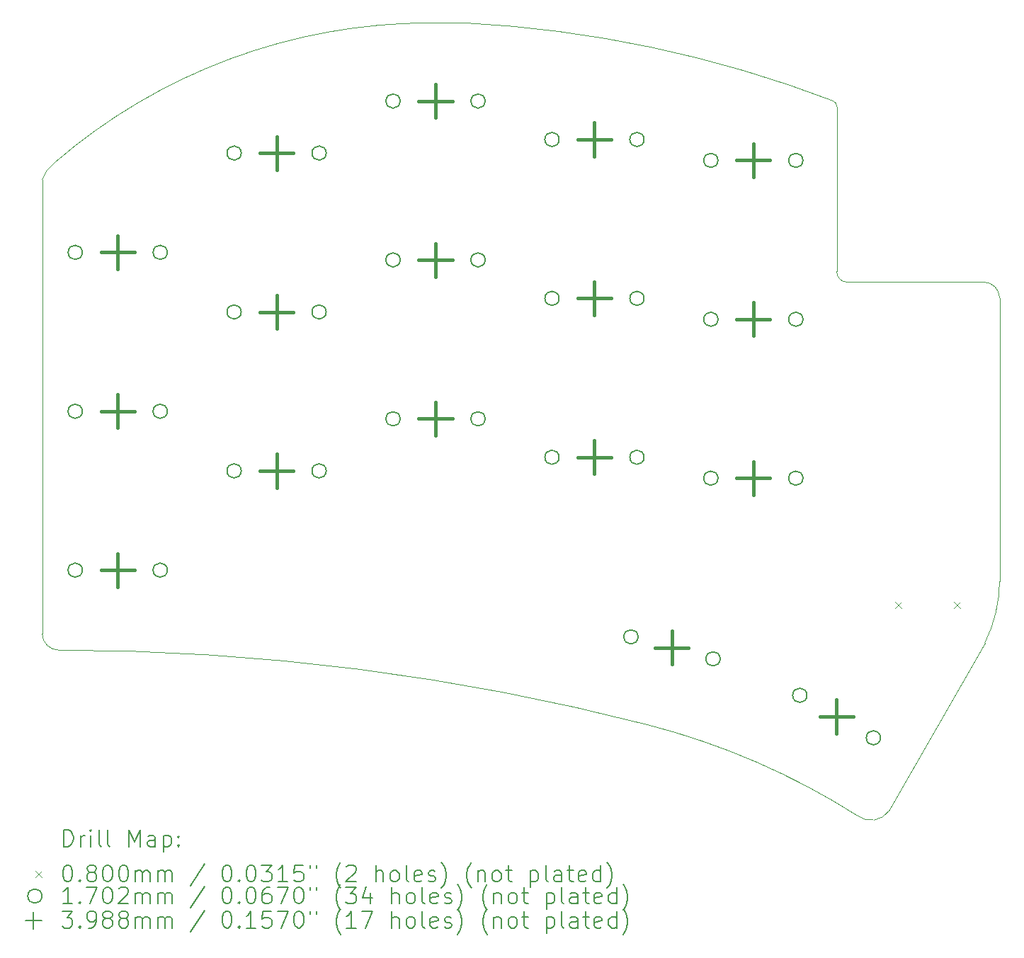
<source format=gbr>
%TF.GenerationSoftware,KiCad,Pcbnew,7.0.5*%
%TF.CreationDate,2023-06-18T12:00:02+01:00*%
%TF.ProjectId,adam-m-rounded,6164616d-2d6d-42d7-926f-756e6465642e,rev?*%
%TF.SameCoordinates,Original*%
%TF.FileFunction,Drillmap*%
%TF.FilePolarity,Positive*%
%FSLAX45Y45*%
G04 Gerber Fmt 4.5, Leading zero omitted, Abs format (unit mm)*
G04 Created by KiCad (PCBNEW 7.0.5) date 2023-06-18 12:00:02*
%MOMM*%
%LPD*%
G01*
G04 APERTURE LIST*
%ADD10C,0.050000*%
%ADD11C,0.200000*%
%ADD12C,0.080000*%
%ADD13C,0.170180*%
%ADD14C,0.398780*%
G04 APERTURE END LIST*
D10*
X18610020Y-15273665D02*
G75*
G03*
X18983217Y-15213795I157000J214435D01*
G01*
X18358520Y-6791168D02*
G75*
G03*
X18315042Y-6723115I-75000J-2D01*
G01*
X20114117Y-8890000D02*
X18478500Y-8890000D01*
X9088971Y-13291506D02*
X9061517Y-13291260D01*
X20304617Y-9080500D02*
X20304617Y-12468668D01*
X8858022Y-13098168D02*
G75*
G03*
X9061517Y-13291260I199998J6998D01*
G01*
X20304620Y-9080500D02*
G75*
G03*
X20114117Y-8890000I-190500J0D01*
G01*
X16091988Y-14182282D02*
G75*
G03*
X9088971Y-13291270I-7031008J-27295018D01*
G01*
X13896540Y-5790219D02*
X13499017Y-5790668D01*
X18315041Y-6723116D02*
G75*
G03*
X13896540Y-5790219I-5147771J-13451334D01*
G01*
X8858803Y-7667600D02*
X8858017Y-13098168D01*
X9001679Y-7466355D02*
G75*
G03*
X8858803Y-7667600I243092J-323925D01*
G01*
X20128385Y-13205234D02*
X18983217Y-15213795D01*
X18610018Y-15273667D02*
G75*
G03*
X16091988Y-14182282I-4672998J-7331002D01*
G01*
X13499017Y-5790669D02*
G75*
G03*
X9001678Y-7466354I0J-6873000D01*
G01*
X20128386Y-13205235D02*
G75*
G03*
X20304617Y-12468668I-1505596J749595D01*
G01*
X18358020Y-8763000D02*
G75*
G03*
X18478500Y-8890000I123740J-3260D01*
G01*
X18358017Y-8763000D02*
X18358517Y-6791168D01*
D11*
D12*
X19056000Y-12709500D02*
X19136000Y-12789500D01*
X19136000Y-12709500D02*
X19056000Y-12789500D01*
X19756000Y-12709500D02*
X19836000Y-12789500D01*
X19836000Y-12709500D02*
X19756000Y-12789500D01*
D13*
X9338090Y-8534500D02*
G75*
G03*
X9338090Y-8534500I-85090J0D01*
G01*
X9338090Y-10434500D02*
G75*
G03*
X9338090Y-10434500I-85090J0D01*
G01*
X9338090Y-12334500D02*
G75*
G03*
X9338090Y-12334500I-85090J0D01*
G01*
X10354090Y-8534500D02*
G75*
G03*
X10354090Y-8534500I-85090J0D01*
G01*
X10354090Y-10434500D02*
G75*
G03*
X10354090Y-10434500I-85090J0D01*
G01*
X10354090Y-12334500D02*
G75*
G03*
X10354090Y-12334500I-85090J0D01*
G01*
X11238090Y-7347000D02*
G75*
G03*
X11238090Y-7347000I-85090J0D01*
G01*
X11238090Y-9247000D02*
G75*
G03*
X11238090Y-9247000I-85090J0D01*
G01*
X11238090Y-11147000D02*
G75*
G03*
X11238090Y-11147000I-85090J0D01*
G01*
X12254090Y-7347000D02*
G75*
G03*
X12254090Y-7347000I-85090J0D01*
G01*
X12254090Y-9247000D02*
G75*
G03*
X12254090Y-9247000I-85090J0D01*
G01*
X12254090Y-11147000D02*
G75*
G03*
X12254090Y-11147000I-85090J0D01*
G01*
X13138090Y-6724500D02*
G75*
G03*
X13138090Y-6724500I-85090J0D01*
G01*
X13138090Y-8624500D02*
G75*
G03*
X13138090Y-8624500I-85090J0D01*
G01*
X13138090Y-10524500D02*
G75*
G03*
X13138090Y-10524500I-85090J0D01*
G01*
X14154090Y-6724500D02*
G75*
G03*
X14154090Y-6724500I-85090J0D01*
G01*
X14154090Y-8624500D02*
G75*
G03*
X14154090Y-8624500I-85090J0D01*
G01*
X14154090Y-10524500D02*
G75*
G03*
X14154090Y-10524500I-85090J0D01*
G01*
X15038090Y-7184500D02*
G75*
G03*
X15038090Y-7184500I-85090J0D01*
G01*
X15038090Y-9084500D02*
G75*
G03*
X15038090Y-9084500I-85090J0D01*
G01*
X15038090Y-10984500D02*
G75*
G03*
X15038090Y-10984500I-85090J0D01*
G01*
X15982600Y-13131820D02*
G75*
G03*
X15982600Y-13131820I-85090J0D01*
G01*
X16054090Y-7184500D02*
G75*
G03*
X16054090Y-7184500I-85090J0D01*
G01*
X16054090Y-9084500D02*
G75*
G03*
X16054090Y-9084500I-85090J0D01*
G01*
X16054090Y-10984500D02*
G75*
G03*
X16054090Y-10984500I-85090J0D01*
G01*
X16938090Y-7434500D02*
G75*
G03*
X16938090Y-7434500I-85090J0D01*
G01*
X16938090Y-9334500D02*
G75*
G03*
X16938090Y-9334500I-85090J0D01*
G01*
X16938090Y-11234500D02*
G75*
G03*
X16938090Y-11234500I-85090J0D01*
G01*
X16963980Y-13394780D02*
G75*
G03*
X16963980Y-13394780I-85090J0D01*
G01*
X17954090Y-7434500D02*
G75*
G03*
X17954090Y-7434500I-85090J0D01*
G01*
X17954090Y-9334500D02*
G75*
G03*
X17954090Y-9334500I-85090J0D01*
G01*
X17954090Y-11234500D02*
G75*
G03*
X17954090Y-11234500I-85090J0D01*
G01*
X18001149Y-13830900D02*
G75*
G03*
X18001149Y-13830900I-85090J0D01*
G01*
X18881031Y-14338900D02*
G75*
G03*
X18881031Y-14338900I-85090J0D01*
G01*
D14*
X9761000Y-8335110D02*
X9761000Y-8733890D01*
X9561610Y-8534500D02*
X9960390Y-8534500D01*
X9761000Y-10235110D02*
X9761000Y-10633890D01*
X9561610Y-10434500D02*
X9960390Y-10434500D01*
X9761000Y-12135110D02*
X9761000Y-12533890D01*
X9561610Y-12334500D02*
X9960390Y-12334500D01*
X11661000Y-7147610D02*
X11661000Y-7546390D01*
X11461610Y-7347000D02*
X11860390Y-7347000D01*
X11661000Y-9047610D02*
X11661000Y-9446390D01*
X11461610Y-9247000D02*
X11860390Y-9247000D01*
X11661000Y-10947610D02*
X11661000Y-11346390D01*
X11461610Y-11147000D02*
X11860390Y-11147000D01*
X13561000Y-6525110D02*
X13561000Y-6923890D01*
X13361610Y-6724500D02*
X13760390Y-6724500D01*
X13561000Y-8425110D02*
X13561000Y-8823890D01*
X13361610Y-8624500D02*
X13760390Y-8624500D01*
X13561000Y-10325110D02*
X13561000Y-10723890D01*
X13361610Y-10524500D02*
X13760390Y-10524500D01*
X15461000Y-6985110D02*
X15461000Y-7383890D01*
X15261610Y-7184500D02*
X15660390Y-7184500D01*
X15461000Y-8885110D02*
X15461000Y-9283890D01*
X15261610Y-9084500D02*
X15660390Y-9084500D01*
X15461000Y-10785110D02*
X15461000Y-11183890D01*
X15261610Y-10984500D02*
X15660390Y-10984500D01*
X16388200Y-13063910D02*
X16388200Y-13462690D01*
X16188810Y-13263300D02*
X16587590Y-13263300D01*
X17361000Y-7235110D02*
X17361000Y-7633890D01*
X17161610Y-7434500D02*
X17560390Y-7434500D01*
X17361000Y-9135110D02*
X17361000Y-9533890D01*
X17161610Y-9334500D02*
X17560390Y-9334500D01*
X17361000Y-11035110D02*
X17361000Y-11433890D01*
X17161610Y-11234500D02*
X17560390Y-11234500D01*
X18356000Y-13885510D02*
X18356000Y-14284290D01*
X18156610Y-14084900D02*
X18555390Y-14084900D01*
D11*
X9116294Y-15638980D02*
X9116294Y-15438980D01*
X9116294Y-15438980D02*
X9163913Y-15438980D01*
X9163913Y-15438980D02*
X9192484Y-15448503D01*
X9192484Y-15448503D02*
X9211532Y-15467551D01*
X9211532Y-15467551D02*
X9221056Y-15486599D01*
X9221056Y-15486599D02*
X9230580Y-15524694D01*
X9230580Y-15524694D02*
X9230580Y-15553265D01*
X9230580Y-15553265D02*
X9221056Y-15591360D01*
X9221056Y-15591360D02*
X9211532Y-15610408D01*
X9211532Y-15610408D02*
X9192484Y-15629456D01*
X9192484Y-15629456D02*
X9163913Y-15638980D01*
X9163913Y-15638980D02*
X9116294Y-15638980D01*
X9316294Y-15638980D02*
X9316294Y-15505646D01*
X9316294Y-15543741D02*
X9325818Y-15524694D01*
X9325818Y-15524694D02*
X9335342Y-15515170D01*
X9335342Y-15515170D02*
X9354389Y-15505646D01*
X9354389Y-15505646D02*
X9373437Y-15505646D01*
X9440103Y-15638980D02*
X9440103Y-15505646D01*
X9440103Y-15438980D02*
X9430580Y-15448503D01*
X9430580Y-15448503D02*
X9440103Y-15458027D01*
X9440103Y-15458027D02*
X9449627Y-15448503D01*
X9449627Y-15448503D02*
X9440103Y-15438980D01*
X9440103Y-15438980D02*
X9440103Y-15458027D01*
X9563913Y-15638980D02*
X9544865Y-15629456D01*
X9544865Y-15629456D02*
X9535342Y-15610408D01*
X9535342Y-15610408D02*
X9535342Y-15438980D01*
X9668675Y-15638980D02*
X9649627Y-15629456D01*
X9649627Y-15629456D02*
X9640103Y-15610408D01*
X9640103Y-15610408D02*
X9640103Y-15438980D01*
X9897246Y-15638980D02*
X9897246Y-15438980D01*
X9897246Y-15438980D02*
X9963913Y-15581837D01*
X9963913Y-15581837D02*
X10030580Y-15438980D01*
X10030580Y-15438980D02*
X10030580Y-15638980D01*
X10211532Y-15638980D02*
X10211532Y-15534218D01*
X10211532Y-15534218D02*
X10202008Y-15515170D01*
X10202008Y-15515170D02*
X10182961Y-15505646D01*
X10182961Y-15505646D02*
X10144865Y-15505646D01*
X10144865Y-15505646D02*
X10125818Y-15515170D01*
X10211532Y-15629456D02*
X10192484Y-15638980D01*
X10192484Y-15638980D02*
X10144865Y-15638980D01*
X10144865Y-15638980D02*
X10125818Y-15629456D01*
X10125818Y-15629456D02*
X10116294Y-15610408D01*
X10116294Y-15610408D02*
X10116294Y-15591360D01*
X10116294Y-15591360D02*
X10125818Y-15572313D01*
X10125818Y-15572313D02*
X10144865Y-15562789D01*
X10144865Y-15562789D02*
X10192484Y-15562789D01*
X10192484Y-15562789D02*
X10211532Y-15553265D01*
X10306770Y-15505646D02*
X10306770Y-15705646D01*
X10306770Y-15515170D02*
X10325818Y-15505646D01*
X10325818Y-15505646D02*
X10363913Y-15505646D01*
X10363913Y-15505646D02*
X10382961Y-15515170D01*
X10382961Y-15515170D02*
X10392484Y-15524694D01*
X10392484Y-15524694D02*
X10402008Y-15543741D01*
X10402008Y-15543741D02*
X10402008Y-15600884D01*
X10402008Y-15600884D02*
X10392484Y-15619932D01*
X10392484Y-15619932D02*
X10382961Y-15629456D01*
X10382961Y-15629456D02*
X10363913Y-15638980D01*
X10363913Y-15638980D02*
X10325818Y-15638980D01*
X10325818Y-15638980D02*
X10306770Y-15629456D01*
X10487723Y-15619932D02*
X10497246Y-15629456D01*
X10497246Y-15629456D02*
X10487723Y-15638980D01*
X10487723Y-15638980D02*
X10478199Y-15629456D01*
X10478199Y-15629456D02*
X10487723Y-15619932D01*
X10487723Y-15619932D02*
X10487723Y-15638980D01*
X10487723Y-15515170D02*
X10497246Y-15524694D01*
X10497246Y-15524694D02*
X10487723Y-15534218D01*
X10487723Y-15534218D02*
X10478199Y-15524694D01*
X10478199Y-15524694D02*
X10487723Y-15515170D01*
X10487723Y-15515170D02*
X10487723Y-15534218D01*
D12*
X8775517Y-15927496D02*
X8855517Y-16007496D01*
X8855517Y-15927496D02*
X8775517Y-16007496D01*
D11*
X9154389Y-15858980D02*
X9173437Y-15858980D01*
X9173437Y-15858980D02*
X9192484Y-15868503D01*
X9192484Y-15868503D02*
X9202008Y-15878027D01*
X9202008Y-15878027D02*
X9211532Y-15897075D01*
X9211532Y-15897075D02*
X9221056Y-15935170D01*
X9221056Y-15935170D02*
X9221056Y-15982789D01*
X9221056Y-15982789D02*
X9211532Y-16020884D01*
X9211532Y-16020884D02*
X9202008Y-16039932D01*
X9202008Y-16039932D02*
X9192484Y-16049456D01*
X9192484Y-16049456D02*
X9173437Y-16058980D01*
X9173437Y-16058980D02*
X9154389Y-16058980D01*
X9154389Y-16058980D02*
X9135342Y-16049456D01*
X9135342Y-16049456D02*
X9125818Y-16039932D01*
X9125818Y-16039932D02*
X9116294Y-16020884D01*
X9116294Y-16020884D02*
X9106770Y-15982789D01*
X9106770Y-15982789D02*
X9106770Y-15935170D01*
X9106770Y-15935170D02*
X9116294Y-15897075D01*
X9116294Y-15897075D02*
X9125818Y-15878027D01*
X9125818Y-15878027D02*
X9135342Y-15868503D01*
X9135342Y-15868503D02*
X9154389Y-15858980D01*
X9306770Y-16039932D02*
X9316294Y-16049456D01*
X9316294Y-16049456D02*
X9306770Y-16058980D01*
X9306770Y-16058980D02*
X9297246Y-16049456D01*
X9297246Y-16049456D02*
X9306770Y-16039932D01*
X9306770Y-16039932D02*
X9306770Y-16058980D01*
X9430580Y-15944694D02*
X9411532Y-15935170D01*
X9411532Y-15935170D02*
X9402008Y-15925646D01*
X9402008Y-15925646D02*
X9392484Y-15906599D01*
X9392484Y-15906599D02*
X9392484Y-15897075D01*
X9392484Y-15897075D02*
X9402008Y-15878027D01*
X9402008Y-15878027D02*
X9411532Y-15868503D01*
X9411532Y-15868503D02*
X9430580Y-15858980D01*
X9430580Y-15858980D02*
X9468675Y-15858980D01*
X9468675Y-15858980D02*
X9487723Y-15868503D01*
X9487723Y-15868503D02*
X9497246Y-15878027D01*
X9497246Y-15878027D02*
X9506770Y-15897075D01*
X9506770Y-15897075D02*
X9506770Y-15906599D01*
X9506770Y-15906599D02*
X9497246Y-15925646D01*
X9497246Y-15925646D02*
X9487723Y-15935170D01*
X9487723Y-15935170D02*
X9468675Y-15944694D01*
X9468675Y-15944694D02*
X9430580Y-15944694D01*
X9430580Y-15944694D02*
X9411532Y-15954218D01*
X9411532Y-15954218D02*
X9402008Y-15963741D01*
X9402008Y-15963741D02*
X9392484Y-15982789D01*
X9392484Y-15982789D02*
X9392484Y-16020884D01*
X9392484Y-16020884D02*
X9402008Y-16039932D01*
X9402008Y-16039932D02*
X9411532Y-16049456D01*
X9411532Y-16049456D02*
X9430580Y-16058980D01*
X9430580Y-16058980D02*
X9468675Y-16058980D01*
X9468675Y-16058980D02*
X9487723Y-16049456D01*
X9487723Y-16049456D02*
X9497246Y-16039932D01*
X9497246Y-16039932D02*
X9506770Y-16020884D01*
X9506770Y-16020884D02*
X9506770Y-15982789D01*
X9506770Y-15982789D02*
X9497246Y-15963741D01*
X9497246Y-15963741D02*
X9487723Y-15954218D01*
X9487723Y-15954218D02*
X9468675Y-15944694D01*
X9630580Y-15858980D02*
X9649627Y-15858980D01*
X9649627Y-15858980D02*
X9668675Y-15868503D01*
X9668675Y-15868503D02*
X9678199Y-15878027D01*
X9678199Y-15878027D02*
X9687723Y-15897075D01*
X9687723Y-15897075D02*
X9697246Y-15935170D01*
X9697246Y-15935170D02*
X9697246Y-15982789D01*
X9697246Y-15982789D02*
X9687723Y-16020884D01*
X9687723Y-16020884D02*
X9678199Y-16039932D01*
X9678199Y-16039932D02*
X9668675Y-16049456D01*
X9668675Y-16049456D02*
X9649627Y-16058980D01*
X9649627Y-16058980D02*
X9630580Y-16058980D01*
X9630580Y-16058980D02*
X9611532Y-16049456D01*
X9611532Y-16049456D02*
X9602008Y-16039932D01*
X9602008Y-16039932D02*
X9592484Y-16020884D01*
X9592484Y-16020884D02*
X9582961Y-15982789D01*
X9582961Y-15982789D02*
X9582961Y-15935170D01*
X9582961Y-15935170D02*
X9592484Y-15897075D01*
X9592484Y-15897075D02*
X9602008Y-15878027D01*
X9602008Y-15878027D02*
X9611532Y-15868503D01*
X9611532Y-15868503D02*
X9630580Y-15858980D01*
X9821056Y-15858980D02*
X9840104Y-15858980D01*
X9840104Y-15858980D02*
X9859151Y-15868503D01*
X9859151Y-15868503D02*
X9868675Y-15878027D01*
X9868675Y-15878027D02*
X9878199Y-15897075D01*
X9878199Y-15897075D02*
X9887723Y-15935170D01*
X9887723Y-15935170D02*
X9887723Y-15982789D01*
X9887723Y-15982789D02*
X9878199Y-16020884D01*
X9878199Y-16020884D02*
X9868675Y-16039932D01*
X9868675Y-16039932D02*
X9859151Y-16049456D01*
X9859151Y-16049456D02*
X9840104Y-16058980D01*
X9840104Y-16058980D02*
X9821056Y-16058980D01*
X9821056Y-16058980D02*
X9802008Y-16049456D01*
X9802008Y-16049456D02*
X9792484Y-16039932D01*
X9792484Y-16039932D02*
X9782961Y-16020884D01*
X9782961Y-16020884D02*
X9773437Y-15982789D01*
X9773437Y-15982789D02*
X9773437Y-15935170D01*
X9773437Y-15935170D02*
X9782961Y-15897075D01*
X9782961Y-15897075D02*
X9792484Y-15878027D01*
X9792484Y-15878027D02*
X9802008Y-15868503D01*
X9802008Y-15868503D02*
X9821056Y-15858980D01*
X9973437Y-16058980D02*
X9973437Y-15925646D01*
X9973437Y-15944694D02*
X9982961Y-15935170D01*
X9982961Y-15935170D02*
X10002008Y-15925646D01*
X10002008Y-15925646D02*
X10030580Y-15925646D01*
X10030580Y-15925646D02*
X10049627Y-15935170D01*
X10049627Y-15935170D02*
X10059151Y-15954218D01*
X10059151Y-15954218D02*
X10059151Y-16058980D01*
X10059151Y-15954218D02*
X10068675Y-15935170D01*
X10068675Y-15935170D02*
X10087723Y-15925646D01*
X10087723Y-15925646D02*
X10116294Y-15925646D01*
X10116294Y-15925646D02*
X10135342Y-15935170D01*
X10135342Y-15935170D02*
X10144865Y-15954218D01*
X10144865Y-15954218D02*
X10144865Y-16058980D01*
X10240104Y-16058980D02*
X10240104Y-15925646D01*
X10240104Y-15944694D02*
X10249627Y-15935170D01*
X10249627Y-15935170D02*
X10268675Y-15925646D01*
X10268675Y-15925646D02*
X10297246Y-15925646D01*
X10297246Y-15925646D02*
X10316294Y-15935170D01*
X10316294Y-15935170D02*
X10325818Y-15954218D01*
X10325818Y-15954218D02*
X10325818Y-16058980D01*
X10325818Y-15954218D02*
X10335342Y-15935170D01*
X10335342Y-15935170D02*
X10354389Y-15925646D01*
X10354389Y-15925646D02*
X10382961Y-15925646D01*
X10382961Y-15925646D02*
X10402008Y-15935170D01*
X10402008Y-15935170D02*
X10411532Y-15954218D01*
X10411532Y-15954218D02*
X10411532Y-16058980D01*
X10802008Y-15849456D02*
X10630580Y-16106599D01*
X11059151Y-15858980D02*
X11078199Y-15858980D01*
X11078199Y-15858980D02*
X11097247Y-15868503D01*
X11097247Y-15868503D02*
X11106770Y-15878027D01*
X11106770Y-15878027D02*
X11116294Y-15897075D01*
X11116294Y-15897075D02*
X11125818Y-15935170D01*
X11125818Y-15935170D02*
X11125818Y-15982789D01*
X11125818Y-15982789D02*
X11116294Y-16020884D01*
X11116294Y-16020884D02*
X11106770Y-16039932D01*
X11106770Y-16039932D02*
X11097247Y-16049456D01*
X11097247Y-16049456D02*
X11078199Y-16058980D01*
X11078199Y-16058980D02*
X11059151Y-16058980D01*
X11059151Y-16058980D02*
X11040104Y-16049456D01*
X11040104Y-16049456D02*
X11030580Y-16039932D01*
X11030580Y-16039932D02*
X11021056Y-16020884D01*
X11021056Y-16020884D02*
X11011532Y-15982789D01*
X11011532Y-15982789D02*
X11011532Y-15935170D01*
X11011532Y-15935170D02*
X11021056Y-15897075D01*
X11021056Y-15897075D02*
X11030580Y-15878027D01*
X11030580Y-15878027D02*
X11040104Y-15868503D01*
X11040104Y-15868503D02*
X11059151Y-15858980D01*
X11211532Y-16039932D02*
X11221056Y-16049456D01*
X11221056Y-16049456D02*
X11211532Y-16058980D01*
X11211532Y-16058980D02*
X11202008Y-16049456D01*
X11202008Y-16049456D02*
X11211532Y-16039932D01*
X11211532Y-16039932D02*
X11211532Y-16058980D01*
X11344865Y-15858980D02*
X11363913Y-15858980D01*
X11363913Y-15858980D02*
X11382961Y-15868503D01*
X11382961Y-15868503D02*
X11392485Y-15878027D01*
X11392485Y-15878027D02*
X11402008Y-15897075D01*
X11402008Y-15897075D02*
X11411532Y-15935170D01*
X11411532Y-15935170D02*
X11411532Y-15982789D01*
X11411532Y-15982789D02*
X11402008Y-16020884D01*
X11402008Y-16020884D02*
X11392485Y-16039932D01*
X11392485Y-16039932D02*
X11382961Y-16049456D01*
X11382961Y-16049456D02*
X11363913Y-16058980D01*
X11363913Y-16058980D02*
X11344865Y-16058980D01*
X11344865Y-16058980D02*
X11325818Y-16049456D01*
X11325818Y-16049456D02*
X11316294Y-16039932D01*
X11316294Y-16039932D02*
X11306770Y-16020884D01*
X11306770Y-16020884D02*
X11297246Y-15982789D01*
X11297246Y-15982789D02*
X11297246Y-15935170D01*
X11297246Y-15935170D02*
X11306770Y-15897075D01*
X11306770Y-15897075D02*
X11316294Y-15878027D01*
X11316294Y-15878027D02*
X11325818Y-15868503D01*
X11325818Y-15868503D02*
X11344865Y-15858980D01*
X11478199Y-15858980D02*
X11602008Y-15858980D01*
X11602008Y-15858980D02*
X11535342Y-15935170D01*
X11535342Y-15935170D02*
X11563913Y-15935170D01*
X11563913Y-15935170D02*
X11582961Y-15944694D01*
X11582961Y-15944694D02*
X11592485Y-15954218D01*
X11592485Y-15954218D02*
X11602008Y-15973265D01*
X11602008Y-15973265D02*
X11602008Y-16020884D01*
X11602008Y-16020884D02*
X11592485Y-16039932D01*
X11592485Y-16039932D02*
X11582961Y-16049456D01*
X11582961Y-16049456D02*
X11563913Y-16058980D01*
X11563913Y-16058980D02*
X11506770Y-16058980D01*
X11506770Y-16058980D02*
X11487723Y-16049456D01*
X11487723Y-16049456D02*
X11478199Y-16039932D01*
X11792485Y-16058980D02*
X11678199Y-16058980D01*
X11735342Y-16058980D02*
X11735342Y-15858980D01*
X11735342Y-15858980D02*
X11716294Y-15887551D01*
X11716294Y-15887551D02*
X11697246Y-15906599D01*
X11697246Y-15906599D02*
X11678199Y-15916122D01*
X11973437Y-15858980D02*
X11878199Y-15858980D01*
X11878199Y-15858980D02*
X11868675Y-15954218D01*
X11868675Y-15954218D02*
X11878199Y-15944694D01*
X11878199Y-15944694D02*
X11897246Y-15935170D01*
X11897246Y-15935170D02*
X11944866Y-15935170D01*
X11944866Y-15935170D02*
X11963913Y-15944694D01*
X11963913Y-15944694D02*
X11973437Y-15954218D01*
X11973437Y-15954218D02*
X11982961Y-15973265D01*
X11982961Y-15973265D02*
X11982961Y-16020884D01*
X11982961Y-16020884D02*
X11973437Y-16039932D01*
X11973437Y-16039932D02*
X11963913Y-16049456D01*
X11963913Y-16049456D02*
X11944866Y-16058980D01*
X11944866Y-16058980D02*
X11897246Y-16058980D01*
X11897246Y-16058980D02*
X11878199Y-16049456D01*
X11878199Y-16049456D02*
X11868675Y-16039932D01*
X12059151Y-15858980D02*
X12059151Y-15897075D01*
X12135342Y-15858980D02*
X12135342Y-15897075D01*
X12430580Y-16135170D02*
X12421056Y-16125646D01*
X12421056Y-16125646D02*
X12402008Y-16097075D01*
X12402008Y-16097075D02*
X12392485Y-16078027D01*
X12392485Y-16078027D02*
X12382961Y-16049456D01*
X12382961Y-16049456D02*
X12373437Y-16001837D01*
X12373437Y-16001837D02*
X12373437Y-15963741D01*
X12373437Y-15963741D02*
X12382961Y-15916122D01*
X12382961Y-15916122D02*
X12392485Y-15887551D01*
X12392485Y-15887551D02*
X12402008Y-15868503D01*
X12402008Y-15868503D02*
X12421056Y-15839932D01*
X12421056Y-15839932D02*
X12430580Y-15830408D01*
X12497247Y-15878027D02*
X12506770Y-15868503D01*
X12506770Y-15868503D02*
X12525818Y-15858980D01*
X12525818Y-15858980D02*
X12573437Y-15858980D01*
X12573437Y-15858980D02*
X12592485Y-15868503D01*
X12592485Y-15868503D02*
X12602008Y-15878027D01*
X12602008Y-15878027D02*
X12611532Y-15897075D01*
X12611532Y-15897075D02*
X12611532Y-15916122D01*
X12611532Y-15916122D02*
X12602008Y-15944694D01*
X12602008Y-15944694D02*
X12487723Y-16058980D01*
X12487723Y-16058980D02*
X12611532Y-16058980D01*
X12849628Y-16058980D02*
X12849628Y-15858980D01*
X12935342Y-16058980D02*
X12935342Y-15954218D01*
X12935342Y-15954218D02*
X12925818Y-15935170D01*
X12925818Y-15935170D02*
X12906770Y-15925646D01*
X12906770Y-15925646D02*
X12878199Y-15925646D01*
X12878199Y-15925646D02*
X12859151Y-15935170D01*
X12859151Y-15935170D02*
X12849628Y-15944694D01*
X13059151Y-16058980D02*
X13040104Y-16049456D01*
X13040104Y-16049456D02*
X13030580Y-16039932D01*
X13030580Y-16039932D02*
X13021056Y-16020884D01*
X13021056Y-16020884D02*
X13021056Y-15963741D01*
X13021056Y-15963741D02*
X13030580Y-15944694D01*
X13030580Y-15944694D02*
X13040104Y-15935170D01*
X13040104Y-15935170D02*
X13059151Y-15925646D01*
X13059151Y-15925646D02*
X13087723Y-15925646D01*
X13087723Y-15925646D02*
X13106770Y-15935170D01*
X13106770Y-15935170D02*
X13116294Y-15944694D01*
X13116294Y-15944694D02*
X13125818Y-15963741D01*
X13125818Y-15963741D02*
X13125818Y-16020884D01*
X13125818Y-16020884D02*
X13116294Y-16039932D01*
X13116294Y-16039932D02*
X13106770Y-16049456D01*
X13106770Y-16049456D02*
X13087723Y-16058980D01*
X13087723Y-16058980D02*
X13059151Y-16058980D01*
X13240104Y-16058980D02*
X13221056Y-16049456D01*
X13221056Y-16049456D02*
X13211532Y-16030408D01*
X13211532Y-16030408D02*
X13211532Y-15858980D01*
X13392485Y-16049456D02*
X13373437Y-16058980D01*
X13373437Y-16058980D02*
X13335342Y-16058980D01*
X13335342Y-16058980D02*
X13316294Y-16049456D01*
X13316294Y-16049456D02*
X13306770Y-16030408D01*
X13306770Y-16030408D02*
X13306770Y-15954218D01*
X13306770Y-15954218D02*
X13316294Y-15935170D01*
X13316294Y-15935170D02*
X13335342Y-15925646D01*
X13335342Y-15925646D02*
X13373437Y-15925646D01*
X13373437Y-15925646D02*
X13392485Y-15935170D01*
X13392485Y-15935170D02*
X13402009Y-15954218D01*
X13402009Y-15954218D02*
X13402009Y-15973265D01*
X13402009Y-15973265D02*
X13306770Y-15992313D01*
X13478199Y-16049456D02*
X13497247Y-16058980D01*
X13497247Y-16058980D02*
X13535342Y-16058980D01*
X13535342Y-16058980D02*
X13554390Y-16049456D01*
X13554390Y-16049456D02*
X13563913Y-16030408D01*
X13563913Y-16030408D02*
X13563913Y-16020884D01*
X13563913Y-16020884D02*
X13554390Y-16001837D01*
X13554390Y-16001837D02*
X13535342Y-15992313D01*
X13535342Y-15992313D02*
X13506770Y-15992313D01*
X13506770Y-15992313D02*
X13487723Y-15982789D01*
X13487723Y-15982789D02*
X13478199Y-15963741D01*
X13478199Y-15963741D02*
X13478199Y-15954218D01*
X13478199Y-15954218D02*
X13487723Y-15935170D01*
X13487723Y-15935170D02*
X13506770Y-15925646D01*
X13506770Y-15925646D02*
X13535342Y-15925646D01*
X13535342Y-15925646D02*
X13554390Y-15935170D01*
X13630580Y-16135170D02*
X13640104Y-16125646D01*
X13640104Y-16125646D02*
X13659151Y-16097075D01*
X13659151Y-16097075D02*
X13668675Y-16078027D01*
X13668675Y-16078027D02*
X13678199Y-16049456D01*
X13678199Y-16049456D02*
X13687723Y-16001837D01*
X13687723Y-16001837D02*
X13687723Y-15963741D01*
X13687723Y-15963741D02*
X13678199Y-15916122D01*
X13678199Y-15916122D02*
X13668675Y-15887551D01*
X13668675Y-15887551D02*
X13659151Y-15868503D01*
X13659151Y-15868503D02*
X13640104Y-15839932D01*
X13640104Y-15839932D02*
X13630580Y-15830408D01*
X13992485Y-16135170D02*
X13982961Y-16125646D01*
X13982961Y-16125646D02*
X13963913Y-16097075D01*
X13963913Y-16097075D02*
X13954390Y-16078027D01*
X13954390Y-16078027D02*
X13944866Y-16049456D01*
X13944866Y-16049456D02*
X13935342Y-16001837D01*
X13935342Y-16001837D02*
X13935342Y-15963741D01*
X13935342Y-15963741D02*
X13944866Y-15916122D01*
X13944866Y-15916122D02*
X13954390Y-15887551D01*
X13954390Y-15887551D02*
X13963913Y-15868503D01*
X13963913Y-15868503D02*
X13982961Y-15839932D01*
X13982961Y-15839932D02*
X13992485Y-15830408D01*
X14068675Y-15925646D02*
X14068675Y-16058980D01*
X14068675Y-15944694D02*
X14078199Y-15935170D01*
X14078199Y-15935170D02*
X14097247Y-15925646D01*
X14097247Y-15925646D02*
X14125818Y-15925646D01*
X14125818Y-15925646D02*
X14144866Y-15935170D01*
X14144866Y-15935170D02*
X14154390Y-15954218D01*
X14154390Y-15954218D02*
X14154390Y-16058980D01*
X14278199Y-16058980D02*
X14259151Y-16049456D01*
X14259151Y-16049456D02*
X14249628Y-16039932D01*
X14249628Y-16039932D02*
X14240104Y-16020884D01*
X14240104Y-16020884D02*
X14240104Y-15963741D01*
X14240104Y-15963741D02*
X14249628Y-15944694D01*
X14249628Y-15944694D02*
X14259151Y-15935170D01*
X14259151Y-15935170D02*
X14278199Y-15925646D01*
X14278199Y-15925646D02*
X14306771Y-15925646D01*
X14306771Y-15925646D02*
X14325818Y-15935170D01*
X14325818Y-15935170D02*
X14335342Y-15944694D01*
X14335342Y-15944694D02*
X14344866Y-15963741D01*
X14344866Y-15963741D02*
X14344866Y-16020884D01*
X14344866Y-16020884D02*
X14335342Y-16039932D01*
X14335342Y-16039932D02*
X14325818Y-16049456D01*
X14325818Y-16049456D02*
X14306771Y-16058980D01*
X14306771Y-16058980D02*
X14278199Y-16058980D01*
X14402009Y-15925646D02*
X14478199Y-15925646D01*
X14430580Y-15858980D02*
X14430580Y-16030408D01*
X14430580Y-16030408D02*
X14440104Y-16049456D01*
X14440104Y-16049456D02*
X14459151Y-16058980D01*
X14459151Y-16058980D02*
X14478199Y-16058980D01*
X14697247Y-15925646D02*
X14697247Y-16125646D01*
X14697247Y-15935170D02*
X14716294Y-15925646D01*
X14716294Y-15925646D02*
X14754390Y-15925646D01*
X14754390Y-15925646D02*
X14773437Y-15935170D01*
X14773437Y-15935170D02*
X14782961Y-15944694D01*
X14782961Y-15944694D02*
X14792485Y-15963741D01*
X14792485Y-15963741D02*
X14792485Y-16020884D01*
X14792485Y-16020884D02*
X14782961Y-16039932D01*
X14782961Y-16039932D02*
X14773437Y-16049456D01*
X14773437Y-16049456D02*
X14754390Y-16058980D01*
X14754390Y-16058980D02*
X14716294Y-16058980D01*
X14716294Y-16058980D02*
X14697247Y-16049456D01*
X14906771Y-16058980D02*
X14887723Y-16049456D01*
X14887723Y-16049456D02*
X14878199Y-16030408D01*
X14878199Y-16030408D02*
X14878199Y-15858980D01*
X15068675Y-16058980D02*
X15068675Y-15954218D01*
X15068675Y-15954218D02*
X15059152Y-15935170D01*
X15059152Y-15935170D02*
X15040104Y-15925646D01*
X15040104Y-15925646D02*
X15002009Y-15925646D01*
X15002009Y-15925646D02*
X14982961Y-15935170D01*
X15068675Y-16049456D02*
X15049628Y-16058980D01*
X15049628Y-16058980D02*
X15002009Y-16058980D01*
X15002009Y-16058980D02*
X14982961Y-16049456D01*
X14982961Y-16049456D02*
X14973437Y-16030408D01*
X14973437Y-16030408D02*
X14973437Y-16011360D01*
X14973437Y-16011360D02*
X14982961Y-15992313D01*
X14982961Y-15992313D02*
X15002009Y-15982789D01*
X15002009Y-15982789D02*
X15049628Y-15982789D01*
X15049628Y-15982789D02*
X15068675Y-15973265D01*
X15135342Y-15925646D02*
X15211532Y-15925646D01*
X15163913Y-15858980D02*
X15163913Y-16030408D01*
X15163913Y-16030408D02*
X15173437Y-16049456D01*
X15173437Y-16049456D02*
X15192485Y-16058980D01*
X15192485Y-16058980D02*
X15211532Y-16058980D01*
X15354390Y-16049456D02*
X15335342Y-16058980D01*
X15335342Y-16058980D02*
X15297247Y-16058980D01*
X15297247Y-16058980D02*
X15278199Y-16049456D01*
X15278199Y-16049456D02*
X15268675Y-16030408D01*
X15268675Y-16030408D02*
X15268675Y-15954218D01*
X15268675Y-15954218D02*
X15278199Y-15935170D01*
X15278199Y-15935170D02*
X15297247Y-15925646D01*
X15297247Y-15925646D02*
X15335342Y-15925646D01*
X15335342Y-15925646D02*
X15354390Y-15935170D01*
X15354390Y-15935170D02*
X15363913Y-15954218D01*
X15363913Y-15954218D02*
X15363913Y-15973265D01*
X15363913Y-15973265D02*
X15268675Y-15992313D01*
X15535342Y-16058980D02*
X15535342Y-15858980D01*
X15535342Y-16049456D02*
X15516294Y-16058980D01*
X15516294Y-16058980D02*
X15478199Y-16058980D01*
X15478199Y-16058980D02*
X15459152Y-16049456D01*
X15459152Y-16049456D02*
X15449628Y-16039932D01*
X15449628Y-16039932D02*
X15440104Y-16020884D01*
X15440104Y-16020884D02*
X15440104Y-15963741D01*
X15440104Y-15963741D02*
X15449628Y-15944694D01*
X15449628Y-15944694D02*
X15459152Y-15935170D01*
X15459152Y-15935170D02*
X15478199Y-15925646D01*
X15478199Y-15925646D02*
X15516294Y-15925646D01*
X15516294Y-15925646D02*
X15535342Y-15935170D01*
X15611533Y-16135170D02*
X15621056Y-16125646D01*
X15621056Y-16125646D02*
X15640104Y-16097075D01*
X15640104Y-16097075D02*
X15649628Y-16078027D01*
X15649628Y-16078027D02*
X15659152Y-16049456D01*
X15659152Y-16049456D02*
X15668675Y-16001837D01*
X15668675Y-16001837D02*
X15668675Y-15963741D01*
X15668675Y-15963741D02*
X15659152Y-15916122D01*
X15659152Y-15916122D02*
X15649628Y-15887551D01*
X15649628Y-15887551D02*
X15640104Y-15868503D01*
X15640104Y-15868503D02*
X15621056Y-15839932D01*
X15621056Y-15839932D02*
X15611533Y-15830408D01*
D13*
X8855517Y-16231496D02*
G75*
G03*
X8855517Y-16231496I-85090J0D01*
G01*
D11*
X9221056Y-16322980D02*
X9106770Y-16322980D01*
X9163913Y-16322980D02*
X9163913Y-16122980D01*
X9163913Y-16122980D02*
X9144865Y-16151551D01*
X9144865Y-16151551D02*
X9125818Y-16170599D01*
X9125818Y-16170599D02*
X9106770Y-16180122D01*
X9306770Y-16303932D02*
X9316294Y-16313456D01*
X9316294Y-16313456D02*
X9306770Y-16322980D01*
X9306770Y-16322980D02*
X9297246Y-16313456D01*
X9297246Y-16313456D02*
X9306770Y-16303932D01*
X9306770Y-16303932D02*
X9306770Y-16322980D01*
X9382961Y-16122980D02*
X9516294Y-16122980D01*
X9516294Y-16122980D02*
X9430580Y-16322980D01*
X9630580Y-16122980D02*
X9649627Y-16122980D01*
X9649627Y-16122980D02*
X9668675Y-16132503D01*
X9668675Y-16132503D02*
X9678199Y-16142027D01*
X9678199Y-16142027D02*
X9687723Y-16161075D01*
X9687723Y-16161075D02*
X9697246Y-16199170D01*
X9697246Y-16199170D02*
X9697246Y-16246789D01*
X9697246Y-16246789D02*
X9687723Y-16284884D01*
X9687723Y-16284884D02*
X9678199Y-16303932D01*
X9678199Y-16303932D02*
X9668675Y-16313456D01*
X9668675Y-16313456D02*
X9649627Y-16322980D01*
X9649627Y-16322980D02*
X9630580Y-16322980D01*
X9630580Y-16322980D02*
X9611532Y-16313456D01*
X9611532Y-16313456D02*
X9602008Y-16303932D01*
X9602008Y-16303932D02*
X9592484Y-16284884D01*
X9592484Y-16284884D02*
X9582961Y-16246789D01*
X9582961Y-16246789D02*
X9582961Y-16199170D01*
X9582961Y-16199170D02*
X9592484Y-16161075D01*
X9592484Y-16161075D02*
X9602008Y-16142027D01*
X9602008Y-16142027D02*
X9611532Y-16132503D01*
X9611532Y-16132503D02*
X9630580Y-16122980D01*
X9773437Y-16142027D02*
X9782961Y-16132503D01*
X9782961Y-16132503D02*
X9802008Y-16122980D01*
X9802008Y-16122980D02*
X9849627Y-16122980D01*
X9849627Y-16122980D02*
X9868675Y-16132503D01*
X9868675Y-16132503D02*
X9878199Y-16142027D01*
X9878199Y-16142027D02*
X9887723Y-16161075D01*
X9887723Y-16161075D02*
X9887723Y-16180122D01*
X9887723Y-16180122D02*
X9878199Y-16208694D01*
X9878199Y-16208694D02*
X9763913Y-16322980D01*
X9763913Y-16322980D02*
X9887723Y-16322980D01*
X9973437Y-16322980D02*
X9973437Y-16189646D01*
X9973437Y-16208694D02*
X9982961Y-16199170D01*
X9982961Y-16199170D02*
X10002008Y-16189646D01*
X10002008Y-16189646D02*
X10030580Y-16189646D01*
X10030580Y-16189646D02*
X10049627Y-16199170D01*
X10049627Y-16199170D02*
X10059151Y-16218218D01*
X10059151Y-16218218D02*
X10059151Y-16322980D01*
X10059151Y-16218218D02*
X10068675Y-16199170D01*
X10068675Y-16199170D02*
X10087723Y-16189646D01*
X10087723Y-16189646D02*
X10116294Y-16189646D01*
X10116294Y-16189646D02*
X10135342Y-16199170D01*
X10135342Y-16199170D02*
X10144865Y-16218218D01*
X10144865Y-16218218D02*
X10144865Y-16322980D01*
X10240104Y-16322980D02*
X10240104Y-16189646D01*
X10240104Y-16208694D02*
X10249627Y-16199170D01*
X10249627Y-16199170D02*
X10268675Y-16189646D01*
X10268675Y-16189646D02*
X10297246Y-16189646D01*
X10297246Y-16189646D02*
X10316294Y-16199170D01*
X10316294Y-16199170D02*
X10325818Y-16218218D01*
X10325818Y-16218218D02*
X10325818Y-16322980D01*
X10325818Y-16218218D02*
X10335342Y-16199170D01*
X10335342Y-16199170D02*
X10354389Y-16189646D01*
X10354389Y-16189646D02*
X10382961Y-16189646D01*
X10382961Y-16189646D02*
X10402008Y-16199170D01*
X10402008Y-16199170D02*
X10411532Y-16218218D01*
X10411532Y-16218218D02*
X10411532Y-16322980D01*
X10802008Y-16113456D02*
X10630580Y-16370599D01*
X11059151Y-16122980D02*
X11078199Y-16122980D01*
X11078199Y-16122980D02*
X11097247Y-16132503D01*
X11097247Y-16132503D02*
X11106770Y-16142027D01*
X11106770Y-16142027D02*
X11116294Y-16161075D01*
X11116294Y-16161075D02*
X11125818Y-16199170D01*
X11125818Y-16199170D02*
X11125818Y-16246789D01*
X11125818Y-16246789D02*
X11116294Y-16284884D01*
X11116294Y-16284884D02*
X11106770Y-16303932D01*
X11106770Y-16303932D02*
X11097247Y-16313456D01*
X11097247Y-16313456D02*
X11078199Y-16322980D01*
X11078199Y-16322980D02*
X11059151Y-16322980D01*
X11059151Y-16322980D02*
X11040104Y-16313456D01*
X11040104Y-16313456D02*
X11030580Y-16303932D01*
X11030580Y-16303932D02*
X11021056Y-16284884D01*
X11021056Y-16284884D02*
X11011532Y-16246789D01*
X11011532Y-16246789D02*
X11011532Y-16199170D01*
X11011532Y-16199170D02*
X11021056Y-16161075D01*
X11021056Y-16161075D02*
X11030580Y-16142027D01*
X11030580Y-16142027D02*
X11040104Y-16132503D01*
X11040104Y-16132503D02*
X11059151Y-16122980D01*
X11211532Y-16303932D02*
X11221056Y-16313456D01*
X11221056Y-16313456D02*
X11211532Y-16322980D01*
X11211532Y-16322980D02*
X11202008Y-16313456D01*
X11202008Y-16313456D02*
X11211532Y-16303932D01*
X11211532Y-16303932D02*
X11211532Y-16322980D01*
X11344865Y-16122980D02*
X11363913Y-16122980D01*
X11363913Y-16122980D02*
X11382961Y-16132503D01*
X11382961Y-16132503D02*
X11392485Y-16142027D01*
X11392485Y-16142027D02*
X11402008Y-16161075D01*
X11402008Y-16161075D02*
X11411532Y-16199170D01*
X11411532Y-16199170D02*
X11411532Y-16246789D01*
X11411532Y-16246789D02*
X11402008Y-16284884D01*
X11402008Y-16284884D02*
X11392485Y-16303932D01*
X11392485Y-16303932D02*
X11382961Y-16313456D01*
X11382961Y-16313456D02*
X11363913Y-16322980D01*
X11363913Y-16322980D02*
X11344865Y-16322980D01*
X11344865Y-16322980D02*
X11325818Y-16313456D01*
X11325818Y-16313456D02*
X11316294Y-16303932D01*
X11316294Y-16303932D02*
X11306770Y-16284884D01*
X11306770Y-16284884D02*
X11297246Y-16246789D01*
X11297246Y-16246789D02*
X11297246Y-16199170D01*
X11297246Y-16199170D02*
X11306770Y-16161075D01*
X11306770Y-16161075D02*
X11316294Y-16142027D01*
X11316294Y-16142027D02*
X11325818Y-16132503D01*
X11325818Y-16132503D02*
X11344865Y-16122980D01*
X11582961Y-16122980D02*
X11544865Y-16122980D01*
X11544865Y-16122980D02*
X11525818Y-16132503D01*
X11525818Y-16132503D02*
X11516294Y-16142027D01*
X11516294Y-16142027D02*
X11497246Y-16170599D01*
X11497246Y-16170599D02*
X11487723Y-16208694D01*
X11487723Y-16208694D02*
X11487723Y-16284884D01*
X11487723Y-16284884D02*
X11497246Y-16303932D01*
X11497246Y-16303932D02*
X11506770Y-16313456D01*
X11506770Y-16313456D02*
X11525818Y-16322980D01*
X11525818Y-16322980D02*
X11563913Y-16322980D01*
X11563913Y-16322980D02*
X11582961Y-16313456D01*
X11582961Y-16313456D02*
X11592485Y-16303932D01*
X11592485Y-16303932D02*
X11602008Y-16284884D01*
X11602008Y-16284884D02*
X11602008Y-16237265D01*
X11602008Y-16237265D02*
X11592485Y-16218218D01*
X11592485Y-16218218D02*
X11582961Y-16208694D01*
X11582961Y-16208694D02*
X11563913Y-16199170D01*
X11563913Y-16199170D02*
X11525818Y-16199170D01*
X11525818Y-16199170D02*
X11506770Y-16208694D01*
X11506770Y-16208694D02*
X11497246Y-16218218D01*
X11497246Y-16218218D02*
X11487723Y-16237265D01*
X11668675Y-16122980D02*
X11802008Y-16122980D01*
X11802008Y-16122980D02*
X11716294Y-16322980D01*
X11916294Y-16122980D02*
X11935342Y-16122980D01*
X11935342Y-16122980D02*
X11954389Y-16132503D01*
X11954389Y-16132503D02*
X11963913Y-16142027D01*
X11963913Y-16142027D02*
X11973437Y-16161075D01*
X11973437Y-16161075D02*
X11982961Y-16199170D01*
X11982961Y-16199170D02*
X11982961Y-16246789D01*
X11982961Y-16246789D02*
X11973437Y-16284884D01*
X11973437Y-16284884D02*
X11963913Y-16303932D01*
X11963913Y-16303932D02*
X11954389Y-16313456D01*
X11954389Y-16313456D02*
X11935342Y-16322980D01*
X11935342Y-16322980D02*
X11916294Y-16322980D01*
X11916294Y-16322980D02*
X11897246Y-16313456D01*
X11897246Y-16313456D02*
X11887723Y-16303932D01*
X11887723Y-16303932D02*
X11878199Y-16284884D01*
X11878199Y-16284884D02*
X11868675Y-16246789D01*
X11868675Y-16246789D02*
X11868675Y-16199170D01*
X11868675Y-16199170D02*
X11878199Y-16161075D01*
X11878199Y-16161075D02*
X11887723Y-16142027D01*
X11887723Y-16142027D02*
X11897246Y-16132503D01*
X11897246Y-16132503D02*
X11916294Y-16122980D01*
X12059151Y-16122980D02*
X12059151Y-16161075D01*
X12135342Y-16122980D02*
X12135342Y-16161075D01*
X12430580Y-16399170D02*
X12421056Y-16389646D01*
X12421056Y-16389646D02*
X12402008Y-16361075D01*
X12402008Y-16361075D02*
X12392485Y-16342027D01*
X12392485Y-16342027D02*
X12382961Y-16313456D01*
X12382961Y-16313456D02*
X12373437Y-16265837D01*
X12373437Y-16265837D02*
X12373437Y-16227741D01*
X12373437Y-16227741D02*
X12382961Y-16180122D01*
X12382961Y-16180122D02*
X12392485Y-16151551D01*
X12392485Y-16151551D02*
X12402008Y-16132503D01*
X12402008Y-16132503D02*
X12421056Y-16103932D01*
X12421056Y-16103932D02*
X12430580Y-16094408D01*
X12487723Y-16122980D02*
X12611532Y-16122980D01*
X12611532Y-16122980D02*
X12544866Y-16199170D01*
X12544866Y-16199170D02*
X12573437Y-16199170D01*
X12573437Y-16199170D02*
X12592485Y-16208694D01*
X12592485Y-16208694D02*
X12602008Y-16218218D01*
X12602008Y-16218218D02*
X12611532Y-16237265D01*
X12611532Y-16237265D02*
X12611532Y-16284884D01*
X12611532Y-16284884D02*
X12602008Y-16303932D01*
X12602008Y-16303932D02*
X12592485Y-16313456D01*
X12592485Y-16313456D02*
X12573437Y-16322980D01*
X12573437Y-16322980D02*
X12516294Y-16322980D01*
X12516294Y-16322980D02*
X12497247Y-16313456D01*
X12497247Y-16313456D02*
X12487723Y-16303932D01*
X12782961Y-16189646D02*
X12782961Y-16322980D01*
X12735342Y-16113456D02*
X12687723Y-16256313D01*
X12687723Y-16256313D02*
X12811532Y-16256313D01*
X13040104Y-16322980D02*
X13040104Y-16122980D01*
X13125818Y-16322980D02*
X13125818Y-16218218D01*
X13125818Y-16218218D02*
X13116294Y-16199170D01*
X13116294Y-16199170D02*
X13097247Y-16189646D01*
X13097247Y-16189646D02*
X13068675Y-16189646D01*
X13068675Y-16189646D02*
X13049628Y-16199170D01*
X13049628Y-16199170D02*
X13040104Y-16208694D01*
X13249628Y-16322980D02*
X13230580Y-16313456D01*
X13230580Y-16313456D02*
X13221056Y-16303932D01*
X13221056Y-16303932D02*
X13211532Y-16284884D01*
X13211532Y-16284884D02*
X13211532Y-16227741D01*
X13211532Y-16227741D02*
X13221056Y-16208694D01*
X13221056Y-16208694D02*
X13230580Y-16199170D01*
X13230580Y-16199170D02*
X13249628Y-16189646D01*
X13249628Y-16189646D02*
X13278199Y-16189646D01*
X13278199Y-16189646D02*
X13297247Y-16199170D01*
X13297247Y-16199170D02*
X13306770Y-16208694D01*
X13306770Y-16208694D02*
X13316294Y-16227741D01*
X13316294Y-16227741D02*
X13316294Y-16284884D01*
X13316294Y-16284884D02*
X13306770Y-16303932D01*
X13306770Y-16303932D02*
X13297247Y-16313456D01*
X13297247Y-16313456D02*
X13278199Y-16322980D01*
X13278199Y-16322980D02*
X13249628Y-16322980D01*
X13430580Y-16322980D02*
X13411532Y-16313456D01*
X13411532Y-16313456D02*
X13402009Y-16294408D01*
X13402009Y-16294408D02*
X13402009Y-16122980D01*
X13582961Y-16313456D02*
X13563913Y-16322980D01*
X13563913Y-16322980D02*
X13525818Y-16322980D01*
X13525818Y-16322980D02*
X13506770Y-16313456D01*
X13506770Y-16313456D02*
X13497247Y-16294408D01*
X13497247Y-16294408D02*
X13497247Y-16218218D01*
X13497247Y-16218218D02*
X13506770Y-16199170D01*
X13506770Y-16199170D02*
X13525818Y-16189646D01*
X13525818Y-16189646D02*
X13563913Y-16189646D01*
X13563913Y-16189646D02*
X13582961Y-16199170D01*
X13582961Y-16199170D02*
X13592485Y-16218218D01*
X13592485Y-16218218D02*
X13592485Y-16237265D01*
X13592485Y-16237265D02*
X13497247Y-16256313D01*
X13668675Y-16313456D02*
X13687723Y-16322980D01*
X13687723Y-16322980D02*
X13725818Y-16322980D01*
X13725818Y-16322980D02*
X13744866Y-16313456D01*
X13744866Y-16313456D02*
X13754390Y-16294408D01*
X13754390Y-16294408D02*
X13754390Y-16284884D01*
X13754390Y-16284884D02*
X13744866Y-16265837D01*
X13744866Y-16265837D02*
X13725818Y-16256313D01*
X13725818Y-16256313D02*
X13697247Y-16256313D01*
X13697247Y-16256313D02*
X13678199Y-16246789D01*
X13678199Y-16246789D02*
X13668675Y-16227741D01*
X13668675Y-16227741D02*
X13668675Y-16218218D01*
X13668675Y-16218218D02*
X13678199Y-16199170D01*
X13678199Y-16199170D02*
X13697247Y-16189646D01*
X13697247Y-16189646D02*
X13725818Y-16189646D01*
X13725818Y-16189646D02*
X13744866Y-16199170D01*
X13821056Y-16399170D02*
X13830580Y-16389646D01*
X13830580Y-16389646D02*
X13849628Y-16361075D01*
X13849628Y-16361075D02*
X13859151Y-16342027D01*
X13859151Y-16342027D02*
X13868675Y-16313456D01*
X13868675Y-16313456D02*
X13878199Y-16265837D01*
X13878199Y-16265837D02*
X13878199Y-16227741D01*
X13878199Y-16227741D02*
X13868675Y-16180122D01*
X13868675Y-16180122D02*
X13859151Y-16151551D01*
X13859151Y-16151551D02*
X13849628Y-16132503D01*
X13849628Y-16132503D02*
X13830580Y-16103932D01*
X13830580Y-16103932D02*
X13821056Y-16094408D01*
X14182961Y-16399170D02*
X14173437Y-16389646D01*
X14173437Y-16389646D02*
X14154390Y-16361075D01*
X14154390Y-16361075D02*
X14144866Y-16342027D01*
X14144866Y-16342027D02*
X14135342Y-16313456D01*
X14135342Y-16313456D02*
X14125818Y-16265837D01*
X14125818Y-16265837D02*
X14125818Y-16227741D01*
X14125818Y-16227741D02*
X14135342Y-16180122D01*
X14135342Y-16180122D02*
X14144866Y-16151551D01*
X14144866Y-16151551D02*
X14154390Y-16132503D01*
X14154390Y-16132503D02*
X14173437Y-16103932D01*
X14173437Y-16103932D02*
X14182961Y-16094408D01*
X14259151Y-16189646D02*
X14259151Y-16322980D01*
X14259151Y-16208694D02*
X14268675Y-16199170D01*
X14268675Y-16199170D02*
X14287723Y-16189646D01*
X14287723Y-16189646D02*
X14316294Y-16189646D01*
X14316294Y-16189646D02*
X14335342Y-16199170D01*
X14335342Y-16199170D02*
X14344866Y-16218218D01*
X14344866Y-16218218D02*
X14344866Y-16322980D01*
X14468675Y-16322980D02*
X14449628Y-16313456D01*
X14449628Y-16313456D02*
X14440104Y-16303932D01*
X14440104Y-16303932D02*
X14430580Y-16284884D01*
X14430580Y-16284884D02*
X14430580Y-16227741D01*
X14430580Y-16227741D02*
X14440104Y-16208694D01*
X14440104Y-16208694D02*
X14449628Y-16199170D01*
X14449628Y-16199170D02*
X14468675Y-16189646D01*
X14468675Y-16189646D02*
X14497247Y-16189646D01*
X14497247Y-16189646D02*
X14516294Y-16199170D01*
X14516294Y-16199170D02*
X14525818Y-16208694D01*
X14525818Y-16208694D02*
X14535342Y-16227741D01*
X14535342Y-16227741D02*
X14535342Y-16284884D01*
X14535342Y-16284884D02*
X14525818Y-16303932D01*
X14525818Y-16303932D02*
X14516294Y-16313456D01*
X14516294Y-16313456D02*
X14497247Y-16322980D01*
X14497247Y-16322980D02*
X14468675Y-16322980D01*
X14592485Y-16189646D02*
X14668675Y-16189646D01*
X14621056Y-16122980D02*
X14621056Y-16294408D01*
X14621056Y-16294408D02*
X14630580Y-16313456D01*
X14630580Y-16313456D02*
X14649628Y-16322980D01*
X14649628Y-16322980D02*
X14668675Y-16322980D01*
X14887723Y-16189646D02*
X14887723Y-16389646D01*
X14887723Y-16199170D02*
X14906771Y-16189646D01*
X14906771Y-16189646D02*
X14944866Y-16189646D01*
X14944866Y-16189646D02*
X14963913Y-16199170D01*
X14963913Y-16199170D02*
X14973437Y-16208694D01*
X14973437Y-16208694D02*
X14982961Y-16227741D01*
X14982961Y-16227741D02*
X14982961Y-16284884D01*
X14982961Y-16284884D02*
X14973437Y-16303932D01*
X14973437Y-16303932D02*
X14963913Y-16313456D01*
X14963913Y-16313456D02*
X14944866Y-16322980D01*
X14944866Y-16322980D02*
X14906771Y-16322980D01*
X14906771Y-16322980D02*
X14887723Y-16313456D01*
X15097247Y-16322980D02*
X15078199Y-16313456D01*
X15078199Y-16313456D02*
X15068675Y-16294408D01*
X15068675Y-16294408D02*
X15068675Y-16122980D01*
X15259152Y-16322980D02*
X15259152Y-16218218D01*
X15259152Y-16218218D02*
X15249628Y-16199170D01*
X15249628Y-16199170D02*
X15230580Y-16189646D01*
X15230580Y-16189646D02*
X15192485Y-16189646D01*
X15192485Y-16189646D02*
X15173437Y-16199170D01*
X15259152Y-16313456D02*
X15240104Y-16322980D01*
X15240104Y-16322980D02*
X15192485Y-16322980D01*
X15192485Y-16322980D02*
X15173437Y-16313456D01*
X15173437Y-16313456D02*
X15163913Y-16294408D01*
X15163913Y-16294408D02*
X15163913Y-16275360D01*
X15163913Y-16275360D02*
X15173437Y-16256313D01*
X15173437Y-16256313D02*
X15192485Y-16246789D01*
X15192485Y-16246789D02*
X15240104Y-16246789D01*
X15240104Y-16246789D02*
X15259152Y-16237265D01*
X15325818Y-16189646D02*
X15402009Y-16189646D01*
X15354390Y-16122980D02*
X15354390Y-16294408D01*
X15354390Y-16294408D02*
X15363913Y-16313456D01*
X15363913Y-16313456D02*
X15382961Y-16322980D01*
X15382961Y-16322980D02*
X15402009Y-16322980D01*
X15544866Y-16313456D02*
X15525818Y-16322980D01*
X15525818Y-16322980D02*
X15487723Y-16322980D01*
X15487723Y-16322980D02*
X15468675Y-16313456D01*
X15468675Y-16313456D02*
X15459152Y-16294408D01*
X15459152Y-16294408D02*
X15459152Y-16218218D01*
X15459152Y-16218218D02*
X15468675Y-16199170D01*
X15468675Y-16199170D02*
X15487723Y-16189646D01*
X15487723Y-16189646D02*
X15525818Y-16189646D01*
X15525818Y-16189646D02*
X15544866Y-16199170D01*
X15544866Y-16199170D02*
X15554390Y-16218218D01*
X15554390Y-16218218D02*
X15554390Y-16237265D01*
X15554390Y-16237265D02*
X15459152Y-16256313D01*
X15725818Y-16322980D02*
X15725818Y-16122980D01*
X15725818Y-16313456D02*
X15706771Y-16322980D01*
X15706771Y-16322980D02*
X15668675Y-16322980D01*
X15668675Y-16322980D02*
X15649628Y-16313456D01*
X15649628Y-16313456D02*
X15640104Y-16303932D01*
X15640104Y-16303932D02*
X15630580Y-16284884D01*
X15630580Y-16284884D02*
X15630580Y-16227741D01*
X15630580Y-16227741D02*
X15640104Y-16208694D01*
X15640104Y-16208694D02*
X15649628Y-16199170D01*
X15649628Y-16199170D02*
X15668675Y-16189646D01*
X15668675Y-16189646D02*
X15706771Y-16189646D01*
X15706771Y-16189646D02*
X15725818Y-16199170D01*
X15802009Y-16399170D02*
X15811533Y-16389646D01*
X15811533Y-16389646D02*
X15830580Y-16361075D01*
X15830580Y-16361075D02*
X15840104Y-16342027D01*
X15840104Y-16342027D02*
X15849628Y-16313456D01*
X15849628Y-16313456D02*
X15859152Y-16265837D01*
X15859152Y-16265837D02*
X15859152Y-16227741D01*
X15859152Y-16227741D02*
X15849628Y-16180122D01*
X15849628Y-16180122D02*
X15840104Y-16151551D01*
X15840104Y-16151551D02*
X15830580Y-16132503D01*
X15830580Y-16132503D02*
X15811533Y-16103932D01*
X15811533Y-16103932D02*
X15802009Y-16094408D01*
X8755517Y-16421676D02*
X8755517Y-16621676D01*
X8655517Y-16521676D02*
X8855517Y-16521676D01*
X9097246Y-16413160D02*
X9221056Y-16413160D01*
X9221056Y-16413160D02*
X9154389Y-16489350D01*
X9154389Y-16489350D02*
X9182961Y-16489350D01*
X9182961Y-16489350D02*
X9202008Y-16498874D01*
X9202008Y-16498874D02*
X9211532Y-16508398D01*
X9211532Y-16508398D02*
X9221056Y-16527445D01*
X9221056Y-16527445D02*
X9221056Y-16575064D01*
X9221056Y-16575064D02*
X9211532Y-16594112D01*
X9211532Y-16594112D02*
X9202008Y-16603636D01*
X9202008Y-16603636D02*
X9182961Y-16613160D01*
X9182961Y-16613160D02*
X9125818Y-16613160D01*
X9125818Y-16613160D02*
X9106770Y-16603636D01*
X9106770Y-16603636D02*
X9097246Y-16594112D01*
X9306770Y-16594112D02*
X9316294Y-16603636D01*
X9316294Y-16603636D02*
X9306770Y-16613160D01*
X9306770Y-16613160D02*
X9297246Y-16603636D01*
X9297246Y-16603636D02*
X9306770Y-16594112D01*
X9306770Y-16594112D02*
X9306770Y-16613160D01*
X9411532Y-16613160D02*
X9449627Y-16613160D01*
X9449627Y-16613160D02*
X9468675Y-16603636D01*
X9468675Y-16603636D02*
X9478199Y-16594112D01*
X9478199Y-16594112D02*
X9497246Y-16565540D01*
X9497246Y-16565540D02*
X9506770Y-16527445D01*
X9506770Y-16527445D02*
X9506770Y-16451255D01*
X9506770Y-16451255D02*
X9497246Y-16432207D01*
X9497246Y-16432207D02*
X9487723Y-16422683D01*
X9487723Y-16422683D02*
X9468675Y-16413160D01*
X9468675Y-16413160D02*
X9430580Y-16413160D01*
X9430580Y-16413160D02*
X9411532Y-16422683D01*
X9411532Y-16422683D02*
X9402008Y-16432207D01*
X9402008Y-16432207D02*
X9392484Y-16451255D01*
X9392484Y-16451255D02*
X9392484Y-16498874D01*
X9392484Y-16498874D02*
X9402008Y-16517921D01*
X9402008Y-16517921D02*
X9411532Y-16527445D01*
X9411532Y-16527445D02*
X9430580Y-16536969D01*
X9430580Y-16536969D02*
X9468675Y-16536969D01*
X9468675Y-16536969D02*
X9487723Y-16527445D01*
X9487723Y-16527445D02*
X9497246Y-16517921D01*
X9497246Y-16517921D02*
X9506770Y-16498874D01*
X9621056Y-16498874D02*
X9602008Y-16489350D01*
X9602008Y-16489350D02*
X9592484Y-16479826D01*
X9592484Y-16479826D02*
X9582961Y-16460779D01*
X9582961Y-16460779D02*
X9582961Y-16451255D01*
X9582961Y-16451255D02*
X9592484Y-16432207D01*
X9592484Y-16432207D02*
X9602008Y-16422683D01*
X9602008Y-16422683D02*
X9621056Y-16413160D01*
X9621056Y-16413160D02*
X9659151Y-16413160D01*
X9659151Y-16413160D02*
X9678199Y-16422683D01*
X9678199Y-16422683D02*
X9687723Y-16432207D01*
X9687723Y-16432207D02*
X9697246Y-16451255D01*
X9697246Y-16451255D02*
X9697246Y-16460779D01*
X9697246Y-16460779D02*
X9687723Y-16479826D01*
X9687723Y-16479826D02*
X9678199Y-16489350D01*
X9678199Y-16489350D02*
X9659151Y-16498874D01*
X9659151Y-16498874D02*
X9621056Y-16498874D01*
X9621056Y-16498874D02*
X9602008Y-16508398D01*
X9602008Y-16508398D02*
X9592484Y-16517921D01*
X9592484Y-16517921D02*
X9582961Y-16536969D01*
X9582961Y-16536969D02*
X9582961Y-16575064D01*
X9582961Y-16575064D02*
X9592484Y-16594112D01*
X9592484Y-16594112D02*
X9602008Y-16603636D01*
X9602008Y-16603636D02*
X9621056Y-16613160D01*
X9621056Y-16613160D02*
X9659151Y-16613160D01*
X9659151Y-16613160D02*
X9678199Y-16603636D01*
X9678199Y-16603636D02*
X9687723Y-16594112D01*
X9687723Y-16594112D02*
X9697246Y-16575064D01*
X9697246Y-16575064D02*
X9697246Y-16536969D01*
X9697246Y-16536969D02*
X9687723Y-16517921D01*
X9687723Y-16517921D02*
X9678199Y-16508398D01*
X9678199Y-16508398D02*
X9659151Y-16498874D01*
X9811532Y-16498874D02*
X9792484Y-16489350D01*
X9792484Y-16489350D02*
X9782961Y-16479826D01*
X9782961Y-16479826D02*
X9773437Y-16460779D01*
X9773437Y-16460779D02*
X9773437Y-16451255D01*
X9773437Y-16451255D02*
X9782961Y-16432207D01*
X9782961Y-16432207D02*
X9792484Y-16422683D01*
X9792484Y-16422683D02*
X9811532Y-16413160D01*
X9811532Y-16413160D02*
X9849627Y-16413160D01*
X9849627Y-16413160D02*
X9868675Y-16422683D01*
X9868675Y-16422683D02*
X9878199Y-16432207D01*
X9878199Y-16432207D02*
X9887723Y-16451255D01*
X9887723Y-16451255D02*
X9887723Y-16460779D01*
X9887723Y-16460779D02*
X9878199Y-16479826D01*
X9878199Y-16479826D02*
X9868675Y-16489350D01*
X9868675Y-16489350D02*
X9849627Y-16498874D01*
X9849627Y-16498874D02*
X9811532Y-16498874D01*
X9811532Y-16498874D02*
X9792484Y-16508398D01*
X9792484Y-16508398D02*
X9782961Y-16517921D01*
X9782961Y-16517921D02*
X9773437Y-16536969D01*
X9773437Y-16536969D02*
X9773437Y-16575064D01*
X9773437Y-16575064D02*
X9782961Y-16594112D01*
X9782961Y-16594112D02*
X9792484Y-16603636D01*
X9792484Y-16603636D02*
X9811532Y-16613160D01*
X9811532Y-16613160D02*
X9849627Y-16613160D01*
X9849627Y-16613160D02*
X9868675Y-16603636D01*
X9868675Y-16603636D02*
X9878199Y-16594112D01*
X9878199Y-16594112D02*
X9887723Y-16575064D01*
X9887723Y-16575064D02*
X9887723Y-16536969D01*
X9887723Y-16536969D02*
X9878199Y-16517921D01*
X9878199Y-16517921D02*
X9868675Y-16508398D01*
X9868675Y-16508398D02*
X9849627Y-16498874D01*
X9973437Y-16613160D02*
X9973437Y-16479826D01*
X9973437Y-16498874D02*
X9982961Y-16489350D01*
X9982961Y-16489350D02*
X10002008Y-16479826D01*
X10002008Y-16479826D02*
X10030580Y-16479826D01*
X10030580Y-16479826D02*
X10049627Y-16489350D01*
X10049627Y-16489350D02*
X10059151Y-16508398D01*
X10059151Y-16508398D02*
X10059151Y-16613160D01*
X10059151Y-16508398D02*
X10068675Y-16489350D01*
X10068675Y-16489350D02*
X10087723Y-16479826D01*
X10087723Y-16479826D02*
X10116294Y-16479826D01*
X10116294Y-16479826D02*
X10135342Y-16489350D01*
X10135342Y-16489350D02*
X10144865Y-16508398D01*
X10144865Y-16508398D02*
X10144865Y-16613160D01*
X10240104Y-16613160D02*
X10240104Y-16479826D01*
X10240104Y-16498874D02*
X10249627Y-16489350D01*
X10249627Y-16489350D02*
X10268675Y-16479826D01*
X10268675Y-16479826D02*
X10297246Y-16479826D01*
X10297246Y-16479826D02*
X10316294Y-16489350D01*
X10316294Y-16489350D02*
X10325818Y-16508398D01*
X10325818Y-16508398D02*
X10325818Y-16613160D01*
X10325818Y-16508398D02*
X10335342Y-16489350D01*
X10335342Y-16489350D02*
X10354389Y-16479826D01*
X10354389Y-16479826D02*
X10382961Y-16479826D01*
X10382961Y-16479826D02*
X10402008Y-16489350D01*
X10402008Y-16489350D02*
X10411532Y-16508398D01*
X10411532Y-16508398D02*
X10411532Y-16613160D01*
X10802008Y-16403636D02*
X10630580Y-16660779D01*
X11059151Y-16413160D02*
X11078199Y-16413160D01*
X11078199Y-16413160D02*
X11097247Y-16422683D01*
X11097247Y-16422683D02*
X11106770Y-16432207D01*
X11106770Y-16432207D02*
X11116294Y-16451255D01*
X11116294Y-16451255D02*
X11125818Y-16489350D01*
X11125818Y-16489350D02*
X11125818Y-16536969D01*
X11125818Y-16536969D02*
X11116294Y-16575064D01*
X11116294Y-16575064D02*
X11106770Y-16594112D01*
X11106770Y-16594112D02*
X11097247Y-16603636D01*
X11097247Y-16603636D02*
X11078199Y-16613160D01*
X11078199Y-16613160D02*
X11059151Y-16613160D01*
X11059151Y-16613160D02*
X11040104Y-16603636D01*
X11040104Y-16603636D02*
X11030580Y-16594112D01*
X11030580Y-16594112D02*
X11021056Y-16575064D01*
X11021056Y-16575064D02*
X11011532Y-16536969D01*
X11011532Y-16536969D02*
X11011532Y-16489350D01*
X11011532Y-16489350D02*
X11021056Y-16451255D01*
X11021056Y-16451255D02*
X11030580Y-16432207D01*
X11030580Y-16432207D02*
X11040104Y-16422683D01*
X11040104Y-16422683D02*
X11059151Y-16413160D01*
X11211532Y-16594112D02*
X11221056Y-16603636D01*
X11221056Y-16603636D02*
X11211532Y-16613160D01*
X11211532Y-16613160D02*
X11202008Y-16603636D01*
X11202008Y-16603636D02*
X11211532Y-16594112D01*
X11211532Y-16594112D02*
X11211532Y-16613160D01*
X11411532Y-16613160D02*
X11297246Y-16613160D01*
X11354389Y-16613160D02*
X11354389Y-16413160D01*
X11354389Y-16413160D02*
X11335342Y-16441731D01*
X11335342Y-16441731D02*
X11316294Y-16460779D01*
X11316294Y-16460779D02*
X11297246Y-16470302D01*
X11592485Y-16413160D02*
X11497246Y-16413160D01*
X11497246Y-16413160D02*
X11487723Y-16508398D01*
X11487723Y-16508398D02*
X11497246Y-16498874D01*
X11497246Y-16498874D02*
X11516294Y-16489350D01*
X11516294Y-16489350D02*
X11563913Y-16489350D01*
X11563913Y-16489350D02*
X11582961Y-16498874D01*
X11582961Y-16498874D02*
X11592485Y-16508398D01*
X11592485Y-16508398D02*
X11602008Y-16527445D01*
X11602008Y-16527445D02*
X11602008Y-16575064D01*
X11602008Y-16575064D02*
X11592485Y-16594112D01*
X11592485Y-16594112D02*
X11582961Y-16603636D01*
X11582961Y-16603636D02*
X11563913Y-16613160D01*
X11563913Y-16613160D02*
X11516294Y-16613160D01*
X11516294Y-16613160D02*
X11497246Y-16603636D01*
X11497246Y-16603636D02*
X11487723Y-16594112D01*
X11668675Y-16413160D02*
X11802008Y-16413160D01*
X11802008Y-16413160D02*
X11716294Y-16613160D01*
X11916294Y-16413160D02*
X11935342Y-16413160D01*
X11935342Y-16413160D02*
X11954389Y-16422683D01*
X11954389Y-16422683D02*
X11963913Y-16432207D01*
X11963913Y-16432207D02*
X11973437Y-16451255D01*
X11973437Y-16451255D02*
X11982961Y-16489350D01*
X11982961Y-16489350D02*
X11982961Y-16536969D01*
X11982961Y-16536969D02*
X11973437Y-16575064D01*
X11973437Y-16575064D02*
X11963913Y-16594112D01*
X11963913Y-16594112D02*
X11954389Y-16603636D01*
X11954389Y-16603636D02*
X11935342Y-16613160D01*
X11935342Y-16613160D02*
X11916294Y-16613160D01*
X11916294Y-16613160D02*
X11897246Y-16603636D01*
X11897246Y-16603636D02*
X11887723Y-16594112D01*
X11887723Y-16594112D02*
X11878199Y-16575064D01*
X11878199Y-16575064D02*
X11868675Y-16536969D01*
X11868675Y-16536969D02*
X11868675Y-16489350D01*
X11868675Y-16489350D02*
X11878199Y-16451255D01*
X11878199Y-16451255D02*
X11887723Y-16432207D01*
X11887723Y-16432207D02*
X11897246Y-16422683D01*
X11897246Y-16422683D02*
X11916294Y-16413160D01*
X12059151Y-16413160D02*
X12059151Y-16451255D01*
X12135342Y-16413160D02*
X12135342Y-16451255D01*
X12430580Y-16689350D02*
X12421056Y-16679826D01*
X12421056Y-16679826D02*
X12402008Y-16651255D01*
X12402008Y-16651255D02*
X12392485Y-16632207D01*
X12392485Y-16632207D02*
X12382961Y-16603636D01*
X12382961Y-16603636D02*
X12373437Y-16556017D01*
X12373437Y-16556017D02*
X12373437Y-16517921D01*
X12373437Y-16517921D02*
X12382961Y-16470302D01*
X12382961Y-16470302D02*
X12392485Y-16441731D01*
X12392485Y-16441731D02*
X12402008Y-16422683D01*
X12402008Y-16422683D02*
X12421056Y-16394112D01*
X12421056Y-16394112D02*
X12430580Y-16384588D01*
X12611532Y-16613160D02*
X12497247Y-16613160D01*
X12554389Y-16613160D02*
X12554389Y-16413160D01*
X12554389Y-16413160D02*
X12535342Y-16441731D01*
X12535342Y-16441731D02*
X12516294Y-16460779D01*
X12516294Y-16460779D02*
X12497247Y-16470302D01*
X12678199Y-16413160D02*
X12811532Y-16413160D01*
X12811532Y-16413160D02*
X12725818Y-16613160D01*
X13040104Y-16613160D02*
X13040104Y-16413160D01*
X13125818Y-16613160D02*
X13125818Y-16508398D01*
X13125818Y-16508398D02*
X13116294Y-16489350D01*
X13116294Y-16489350D02*
X13097247Y-16479826D01*
X13097247Y-16479826D02*
X13068675Y-16479826D01*
X13068675Y-16479826D02*
X13049628Y-16489350D01*
X13049628Y-16489350D02*
X13040104Y-16498874D01*
X13249628Y-16613160D02*
X13230580Y-16603636D01*
X13230580Y-16603636D02*
X13221056Y-16594112D01*
X13221056Y-16594112D02*
X13211532Y-16575064D01*
X13211532Y-16575064D02*
X13211532Y-16517921D01*
X13211532Y-16517921D02*
X13221056Y-16498874D01*
X13221056Y-16498874D02*
X13230580Y-16489350D01*
X13230580Y-16489350D02*
X13249628Y-16479826D01*
X13249628Y-16479826D02*
X13278199Y-16479826D01*
X13278199Y-16479826D02*
X13297247Y-16489350D01*
X13297247Y-16489350D02*
X13306770Y-16498874D01*
X13306770Y-16498874D02*
X13316294Y-16517921D01*
X13316294Y-16517921D02*
X13316294Y-16575064D01*
X13316294Y-16575064D02*
X13306770Y-16594112D01*
X13306770Y-16594112D02*
X13297247Y-16603636D01*
X13297247Y-16603636D02*
X13278199Y-16613160D01*
X13278199Y-16613160D02*
X13249628Y-16613160D01*
X13430580Y-16613160D02*
X13411532Y-16603636D01*
X13411532Y-16603636D02*
X13402009Y-16584588D01*
X13402009Y-16584588D02*
X13402009Y-16413160D01*
X13582961Y-16603636D02*
X13563913Y-16613160D01*
X13563913Y-16613160D02*
X13525818Y-16613160D01*
X13525818Y-16613160D02*
X13506770Y-16603636D01*
X13506770Y-16603636D02*
X13497247Y-16584588D01*
X13497247Y-16584588D02*
X13497247Y-16508398D01*
X13497247Y-16508398D02*
X13506770Y-16489350D01*
X13506770Y-16489350D02*
X13525818Y-16479826D01*
X13525818Y-16479826D02*
X13563913Y-16479826D01*
X13563913Y-16479826D02*
X13582961Y-16489350D01*
X13582961Y-16489350D02*
X13592485Y-16508398D01*
X13592485Y-16508398D02*
X13592485Y-16527445D01*
X13592485Y-16527445D02*
X13497247Y-16546493D01*
X13668675Y-16603636D02*
X13687723Y-16613160D01*
X13687723Y-16613160D02*
X13725818Y-16613160D01*
X13725818Y-16613160D02*
X13744866Y-16603636D01*
X13744866Y-16603636D02*
X13754390Y-16584588D01*
X13754390Y-16584588D02*
X13754390Y-16575064D01*
X13754390Y-16575064D02*
X13744866Y-16556017D01*
X13744866Y-16556017D02*
X13725818Y-16546493D01*
X13725818Y-16546493D02*
X13697247Y-16546493D01*
X13697247Y-16546493D02*
X13678199Y-16536969D01*
X13678199Y-16536969D02*
X13668675Y-16517921D01*
X13668675Y-16517921D02*
X13668675Y-16508398D01*
X13668675Y-16508398D02*
X13678199Y-16489350D01*
X13678199Y-16489350D02*
X13697247Y-16479826D01*
X13697247Y-16479826D02*
X13725818Y-16479826D01*
X13725818Y-16479826D02*
X13744866Y-16489350D01*
X13821056Y-16689350D02*
X13830580Y-16679826D01*
X13830580Y-16679826D02*
X13849628Y-16651255D01*
X13849628Y-16651255D02*
X13859151Y-16632207D01*
X13859151Y-16632207D02*
X13868675Y-16603636D01*
X13868675Y-16603636D02*
X13878199Y-16556017D01*
X13878199Y-16556017D02*
X13878199Y-16517921D01*
X13878199Y-16517921D02*
X13868675Y-16470302D01*
X13868675Y-16470302D02*
X13859151Y-16441731D01*
X13859151Y-16441731D02*
X13849628Y-16422683D01*
X13849628Y-16422683D02*
X13830580Y-16394112D01*
X13830580Y-16394112D02*
X13821056Y-16384588D01*
X14182961Y-16689350D02*
X14173437Y-16679826D01*
X14173437Y-16679826D02*
X14154390Y-16651255D01*
X14154390Y-16651255D02*
X14144866Y-16632207D01*
X14144866Y-16632207D02*
X14135342Y-16603636D01*
X14135342Y-16603636D02*
X14125818Y-16556017D01*
X14125818Y-16556017D02*
X14125818Y-16517921D01*
X14125818Y-16517921D02*
X14135342Y-16470302D01*
X14135342Y-16470302D02*
X14144866Y-16441731D01*
X14144866Y-16441731D02*
X14154390Y-16422683D01*
X14154390Y-16422683D02*
X14173437Y-16394112D01*
X14173437Y-16394112D02*
X14182961Y-16384588D01*
X14259151Y-16479826D02*
X14259151Y-16613160D01*
X14259151Y-16498874D02*
X14268675Y-16489350D01*
X14268675Y-16489350D02*
X14287723Y-16479826D01*
X14287723Y-16479826D02*
X14316294Y-16479826D01*
X14316294Y-16479826D02*
X14335342Y-16489350D01*
X14335342Y-16489350D02*
X14344866Y-16508398D01*
X14344866Y-16508398D02*
X14344866Y-16613160D01*
X14468675Y-16613160D02*
X14449628Y-16603636D01*
X14449628Y-16603636D02*
X14440104Y-16594112D01*
X14440104Y-16594112D02*
X14430580Y-16575064D01*
X14430580Y-16575064D02*
X14430580Y-16517921D01*
X14430580Y-16517921D02*
X14440104Y-16498874D01*
X14440104Y-16498874D02*
X14449628Y-16489350D01*
X14449628Y-16489350D02*
X14468675Y-16479826D01*
X14468675Y-16479826D02*
X14497247Y-16479826D01*
X14497247Y-16479826D02*
X14516294Y-16489350D01*
X14516294Y-16489350D02*
X14525818Y-16498874D01*
X14525818Y-16498874D02*
X14535342Y-16517921D01*
X14535342Y-16517921D02*
X14535342Y-16575064D01*
X14535342Y-16575064D02*
X14525818Y-16594112D01*
X14525818Y-16594112D02*
X14516294Y-16603636D01*
X14516294Y-16603636D02*
X14497247Y-16613160D01*
X14497247Y-16613160D02*
X14468675Y-16613160D01*
X14592485Y-16479826D02*
X14668675Y-16479826D01*
X14621056Y-16413160D02*
X14621056Y-16584588D01*
X14621056Y-16584588D02*
X14630580Y-16603636D01*
X14630580Y-16603636D02*
X14649628Y-16613160D01*
X14649628Y-16613160D02*
X14668675Y-16613160D01*
X14887723Y-16479826D02*
X14887723Y-16679826D01*
X14887723Y-16489350D02*
X14906771Y-16479826D01*
X14906771Y-16479826D02*
X14944866Y-16479826D01*
X14944866Y-16479826D02*
X14963913Y-16489350D01*
X14963913Y-16489350D02*
X14973437Y-16498874D01*
X14973437Y-16498874D02*
X14982961Y-16517921D01*
X14982961Y-16517921D02*
X14982961Y-16575064D01*
X14982961Y-16575064D02*
X14973437Y-16594112D01*
X14973437Y-16594112D02*
X14963913Y-16603636D01*
X14963913Y-16603636D02*
X14944866Y-16613160D01*
X14944866Y-16613160D02*
X14906771Y-16613160D01*
X14906771Y-16613160D02*
X14887723Y-16603636D01*
X15097247Y-16613160D02*
X15078199Y-16603636D01*
X15078199Y-16603636D02*
X15068675Y-16584588D01*
X15068675Y-16584588D02*
X15068675Y-16413160D01*
X15259152Y-16613160D02*
X15259152Y-16508398D01*
X15259152Y-16508398D02*
X15249628Y-16489350D01*
X15249628Y-16489350D02*
X15230580Y-16479826D01*
X15230580Y-16479826D02*
X15192485Y-16479826D01*
X15192485Y-16479826D02*
X15173437Y-16489350D01*
X15259152Y-16603636D02*
X15240104Y-16613160D01*
X15240104Y-16613160D02*
X15192485Y-16613160D01*
X15192485Y-16613160D02*
X15173437Y-16603636D01*
X15173437Y-16603636D02*
X15163913Y-16584588D01*
X15163913Y-16584588D02*
X15163913Y-16565540D01*
X15163913Y-16565540D02*
X15173437Y-16546493D01*
X15173437Y-16546493D02*
X15192485Y-16536969D01*
X15192485Y-16536969D02*
X15240104Y-16536969D01*
X15240104Y-16536969D02*
X15259152Y-16527445D01*
X15325818Y-16479826D02*
X15402009Y-16479826D01*
X15354390Y-16413160D02*
X15354390Y-16584588D01*
X15354390Y-16584588D02*
X15363913Y-16603636D01*
X15363913Y-16603636D02*
X15382961Y-16613160D01*
X15382961Y-16613160D02*
X15402009Y-16613160D01*
X15544866Y-16603636D02*
X15525818Y-16613160D01*
X15525818Y-16613160D02*
X15487723Y-16613160D01*
X15487723Y-16613160D02*
X15468675Y-16603636D01*
X15468675Y-16603636D02*
X15459152Y-16584588D01*
X15459152Y-16584588D02*
X15459152Y-16508398D01*
X15459152Y-16508398D02*
X15468675Y-16489350D01*
X15468675Y-16489350D02*
X15487723Y-16479826D01*
X15487723Y-16479826D02*
X15525818Y-16479826D01*
X15525818Y-16479826D02*
X15544866Y-16489350D01*
X15544866Y-16489350D02*
X15554390Y-16508398D01*
X15554390Y-16508398D02*
X15554390Y-16527445D01*
X15554390Y-16527445D02*
X15459152Y-16546493D01*
X15725818Y-16613160D02*
X15725818Y-16413160D01*
X15725818Y-16603636D02*
X15706771Y-16613160D01*
X15706771Y-16613160D02*
X15668675Y-16613160D01*
X15668675Y-16613160D02*
X15649628Y-16603636D01*
X15649628Y-16603636D02*
X15640104Y-16594112D01*
X15640104Y-16594112D02*
X15630580Y-16575064D01*
X15630580Y-16575064D02*
X15630580Y-16517921D01*
X15630580Y-16517921D02*
X15640104Y-16498874D01*
X15640104Y-16498874D02*
X15649628Y-16489350D01*
X15649628Y-16489350D02*
X15668675Y-16479826D01*
X15668675Y-16479826D02*
X15706771Y-16479826D01*
X15706771Y-16479826D02*
X15725818Y-16489350D01*
X15802009Y-16689350D02*
X15811533Y-16679826D01*
X15811533Y-16679826D02*
X15830580Y-16651255D01*
X15830580Y-16651255D02*
X15840104Y-16632207D01*
X15840104Y-16632207D02*
X15849628Y-16603636D01*
X15849628Y-16603636D02*
X15859152Y-16556017D01*
X15859152Y-16556017D02*
X15859152Y-16517921D01*
X15859152Y-16517921D02*
X15849628Y-16470302D01*
X15849628Y-16470302D02*
X15840104Y-16441731D01*
X15840104Y-16441731D02*
X15830580Y-16422683D01*
X15830580Y-16422683D02*
X15811533Y-16394112D01*
X15811533Y-16394112D02*
X15802009Y-16384588D01*
M02*

</source>
